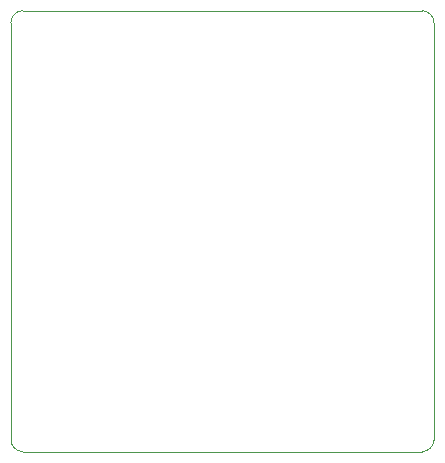
<source format=gbr>
%TF.GenerationSoftware,KiCad,Pcbnew,(5.1.6)-1*%
%TF.CreationDate,2020-09-14T23:39:59+02:00*%
%TF.ProjectId,gpioexpander,6770696f-6578-4706-916e-6465722e6b69,rev?*%
%TF.SameCoordinates,Original*%
%TF.FileFunction,Profile,NP*%
%FSLAX46Y46*%
G04 Gerber Fmt 4.6, Leading zero omitted, Abs format (unit mm)*
G04 Created by KiCad (PCBNEW (5.1.6)-1) date 2020-09-14 23:39:59*
%MOMM*%
%LPD*%
G01*
G04 APERTURE LIST*
%TA.AperFunction,Profile*%
%ADD10C,0.050000*%
%TD*%
G04 APERTURE END LIST*
D10*
X103378000Y-56388000D02*
X137160000Y-56388000D01*
X102362000Y-57404000D02*
X102362000Y-92710000D01*
X103378000Y-93726000D02*
G75*
G02*
X102362000Y-92710000I0J1016000D01*
G01*
X137160000Y-93726000D02*
X103378000Y-93726000D01*
X138176000Y-57404000D02*
X138176000Y-92710000D01*
X138176000Y-92710000D02*
G75*
G02*
X137160000Y-93726000I-1016000J0D01*
G01*
X102362000Y-57404000D02*
G75*
G02*
X103378000Y-56388000I1016000J0D01*
G01*
X137160000Y-56388000D02*
G75*
G02*
X138176000Y-57404000I0J-1016000D01*
G01*
M02*

</source>
